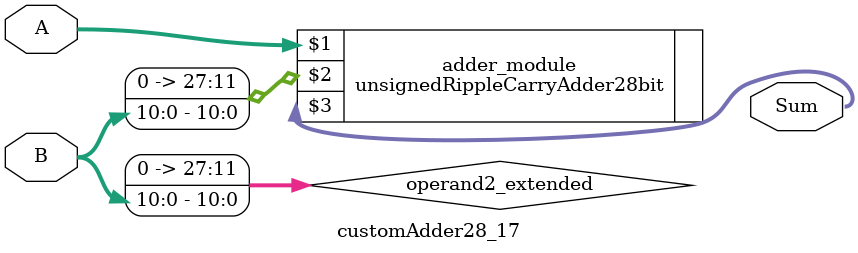
<source format=v>

module customAdder28_17(
                    input [27 : 0] A,
                    input [10 : 0] B,
                    
                    output [28 : 0] Sum
            );

    wire [27 : 0] operand2_extended;
    
    assign operand2_extended =  {17'b0, B};
    
    unsignedRippleCarryAdder28bit adder_module(
        A,
        operand2_extended,
        Sum
    );
    
endmodule
        
</source>
